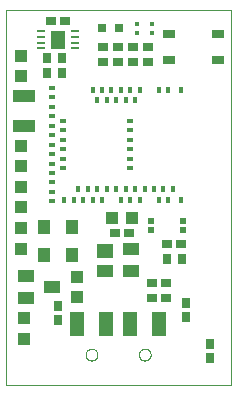
<source format=gtp>
G75*
%MOIN*%
%OFA0B0*%
%FSLAX25Y25*%
%IPPOS*%
%LPD*%
%AMOC8*
5,1,8,0,0,1.08239X$1,22.5*
%
%ADD10C,0.00000*%
%ADD11R,0.01575X0.02362*%
%ADD12R,0.02362X0.01575*%
%ADD13R,0.07480X0.04331*%
%ADD14R,0.04252X0.04134*%
%ADD15R,0.03642X0.02913*%
%ADD16R,0.02913X0.03642*%
%ADD17R,0.04134X0.04252*%
%ADD18R,0.05669X0.03937*%
%ADD19R,0.05669X0.04724*%
%ADD20R,0.04724X0.07874*%
%ADD21R,0.02756X0.03543*%
%ADD22R,0.04134X0.02559*%
%ADD23R,0.02165X0.02165*%
%ADD24R,0.01772X0.01378*%
%ADD25R,0.03543X0.02756*%
%ADD26R,0.05512X0.03937*%
%ADD27R,0.03937X0.04724*%
%ADD28R,0.03150X0.03150*%
%ADD29R,0.03150X0.00984*%
%ADD30R,0.05118X0.05906*%
D10*
X0021345Y0060541D02*
X0021345Y0185541D01*
X0096345Y0185541D01*
X0096345Y0060541D01*
X0021345Y0060541D01*
X0048018Y0070541D02*
X0048020Y0070629D01*
X0048026Y0070717D01*
X0048036Y0070805D01*
X0048050Y0070893D01*
X0048067Y0070979D01*
X0048089Y0071065D01*
X0048114Y0071149D01*
X0048144Y0071233D01*
X0048176Y0071315D01*
X0048213Y0071395D01*
X0048253Y0071474D01*
X0048297Y0071551D01*
X0048344Y0071626D01*
X0048394Y0071698D01*
X0048448Y0071769D01*
X0048504Y0071836D01*
X0048564Y0071902D01*
X0048626Y0071964D01*
X0048692Y0072024D01*
X0048759Y0072080D01*
X0048830Y0072134D01*
X0048902Y0072184D01*
X0048977Y0072231D01*
X0049054Y0072275D01*
X0049133Y0072315D01*
X0049213Y0072352D01*
X0049295Y0072384D01*
X0049379Y0072414D01*
X0049463Y0072439D01*
X0049549Y0072461D01*
X0049635Y0072478D01*
X0049723Y0072492D01*
X0049811Y0072502D01*
X0049899Y0072508D01*
X0049987Y0072510D01*
X0050075Y0072508D01*
X0050163Y0072502D01*
X0050251Y0072492D01*
X0050339Y0072478D01*
X0050425Y0072461D01*
X0050511Y0072439D01*
X0050595Y0072414D01*
X0050679Y0072384D01*
X0050761Y0072352D01*
X0050841Y0072315D01*
X0050920Y0072275D01*
X0050997Y0072231D01*
X0051072Y0072184D01*
X0051144Y0072134D01*
X0051215Y0072080D01*
X0051282Y0072024D01*
X0051348Y0071964D01*
X0051410Y0071902D01*
X0051470Y0071836D01*
X0051526Y0071769D01*
X0051580Y0071698D01*
X0051630Y0071626D01*
X0051677Y0071551D01*
X0051721Y0071474D01*
X0051761Y0071395D01*
X0051798Y0071315D01*
X0051830Y0071233D01*
X0051860Y0071149D01*
X0051885Y0071065D01*
X0051907Y0070979D01*
X0051924Y0070893D01*
X0051938Y0070805D01*
X0051948Y0070717D01*
X0051954Y0070629D01*
X0051956Y0070541D01*
X0051954Y0070453D01*
X0051948Y0070365D01*
X0051938Y0070277D01*
X0051924Y0070189D01*
X0051907Y0070103D01*
X0051885Y0070017D01*
X0051860Y0069933D01*
X0051830Y0069849D01*
X0051798Y0069767D01*
X0051761Y0069687D01*
X0051721Y0069608D01*
X0051677Y0069531D01*
X0051630Y0069456D01*
X0051580Y0069384D01*
X0051526Y0069313D01*
X0051470Y0069246D01*
X0051410Y0069180D01*
X0051348Y0069118D01*
X0051282Y0069058D01*
X0051215Y0069002D01*
X0051144Y0068948D01*
X0051072Y0068898D01*
X0050997Y0068851D01*
X0050920Y0068807D01*
X0050841Y0068767D01*
X0050761Y0068730D01*
X0050679Y0068698D01*
X0050595Y0068668D01*
X0050511Y0068643D01*
X0050425Y0068621D01*
X0050339Y0068604D01*
X0050251Y0068590D01*
X0050163Y0068580D01*
X0050075Y0068574D01*
X0049987Y0068572D01*
X0049899Y0068574D01*
X0049811Y0068580D01*
X0049723Y0068590D01*
X0049635Y0068604D01*
X0049549Y0068621D01*
X0049463Y0068643D01*
X0049379Y0068668D01*
X0049295Y0068698D01*
X0049213Y0068730D01*
X0049133Y0068767D01*
X0049054Y0068807D01*
X0048977Y0068851D01*
X0048902Y0068898D01*
X0048830Y0068948D01*
X0048759Y0069002D01*
X0048692Y0069058D01*
X0048626Y0069118D01*
X0048564Y0069180D01*
X0048504Y0069246D01*
X0048448Y0069313D01*
X0048394Y0069384D01*
X0048344Y0069456D01*
X0048297Y0069531D01*
X0048253Y0069608D01*
X0048213Y0069687D01*
X0048176Y0069767D01*
X0048144Y0069849D01*
X0048114Y0069933D01*
X0048089Y0070017D01*
X0048067Y0070103D01*
X0048050Y0070189D01*
X0048036Y0070277D01*
X0048026Y0070365D01*
X0048020Y0070453D01*
X0048018Y0070541D01*
X0065734Y0070541D02*
X0065736Y0070629D01*
X0065742Y0070717D01*
X0065752Y0070805D01*
X0065766Y0070893D01*
X0065783Y0070979D01*
X0065805Y0071065D01*
X0065830Y0071149D01*
X0065860Y0071233D01*
X0065892Y0071315D01*
X0065929Y0071395D01*
X0065969Y0071474D01*
X0066013Y0071551D01*
X0066060Y0071626D01*
X0066110Y0071698D01*
X0066164Y0071769D01*
X0066220Y0071836D01*
X0066280Y0071902D01*
X0066342Y0071964D01*
X0066408Y0072024D01*
X0066475Y0072080D01*
X0066546Y0072134D01*
X0066618Y0072184D01*
X0066693Y0072231D01*
X0066770Y0072275D01*
X0066849Y0072315D01*
X0066929Y0072352D01*
X0067011Y0072384D01*
X0067095Y0072414D01*
X0067179Y0072439D01*
X0067265Y0072461D01*
X0067351Y0072478D01*
X0067439Y0072492D01*
X0067527Y0072502D01*
X0067615Y0072508D01*
X0067703Y0072510D01*
X0067791Y0072508D01*
X0067879Y0072502D01*
X0067967Y0072492D01*
X0068055Y0072478D01*
X0068141Y0072461D01*
X0068227Y0072439D01*
X0068311Y0072414D01*
X0068395Y0072384D01*
X0068477Y0072352D01*
X0068557Y0072315D01*
X0068636Y0072275D01*
X0068713Y0072231D01*
X0068788Y0072184D01*
X0068860Y0072134D01*
X0068931Y0072080D01*
X0068998Y0072024D01*
X0069064Y0071964D01*
X0069126Y0071902D01*
X0069186Y0071836D01*
X0069242Y0071769D01*
X0069296Y0071698D01*
X0069346Y0071626D01*
X0069393Y0071551D01*
X0069437Y0071474D01*
X0069477Y0071395D01*
X0069514Y0071315D01*
X0069546Y0071233D01*
X0069576Y0071149D01*
X0069601Y0071065D01*
X0069623Y0070979D01*
X0069640Y0070893D01*
X0069654Y0070805D01*
X0069664Y0070717D01*
X0069670Y0070629D01*
X0069672Y0070541D01*
X0069670Y0070453D01*
X0069664Y0070365D01*
X0069654Y0070277D01*
X0069640Y0070189D01*
X0069623Y0070103D01*
X0069601Y0070017D01*
X0069576Y0069933D01*
X0069546Y0069849D01*
X0069514Y0069767D01*
X0069477Y0069687D01*
X0069437Y0069608D01*
X0069393Y0069531D01*
X0069346Y0069456D01*
X0069296Y0069384D01*
X0069242Y0069313D01*
X0069186Y0069246D01*
X0069126Y0069180D01*
X0069064Y0069118D01*
X0068998Y0069058D01*
X0068931Y0069002D01*
X0068860Y0068948D01*
X0068788Y0068898D01*
X0068713Y0068851D01*
X0068636Y0068807D01*
X0068557Y0068767D01*
X0068477Y0068730D01*
X0068395Y0068698D01*
X0068311Y0068668D01*
X0068227Y0068643D01*
X0068141Y0068621D01*
X0068055Y0068604D01*
X0067967Y0068590D01*
X0067879Y0068580D01*
X0067791Y0068574D01*
X0067703Y0068572D01*
X0067615Y0068574D01*
X0067527Y0068580D01*
X0067439Y0068590D01*
X0067351Y0068604D01*
X0067265Y0068621D01*
X0067179Y0068643D01*
X0067095Y0068668D01*
X0067011Y0068698D01*
X0066929Y0068730D01*
X0066849Y0068767D01*
X0066770Y0068807D01*
X0066693Y0068851D01*
X0066618Y0068898D01*
X0066546Y0068948D01*
X0066475Y0069002D01*
X0066408Y0069058D01*
X0066342Y0069118D01*
X0066280Y0069180D01*
X0066220Y0069246D01*
X0066164Y0069313D01*
X0066110Y0069384D01*
X0066060Y0069456D01*
X0066013Y0069531D01*
X0065969Y0069608D01*
X0065929Y0069687D01*
X0065892Y0069767D01*
X0065860Y0069849D01*
X0065830Y0069933D01*
X0065805Y0070017D01*
X0065783Y0070103D01*
X0065766Y0070189D01*
X0065752Y0070277D01*
X0065742Y0070365D01*
X0065736Y0070453D01*
X0065734Y0070541D01*
D11*
X0066079Y0122234D03*
X0064505Y0125778D03*
X0062930Y0122234D03*
X0061355Y0125778D03*
X0059780Y0122234D03*
X0058205Y0125778D03*
X0055056Y0125778D03*
X0053481Y0122234D03*
X0051906Y0125778D03*
X0050331Y0122234D03*
X0048757Y0125778D03*
X0047182Y0122234D03*
X0045607Y0125778D03*
X0044032Y0122234D03*
X0040883Y0122234D03*
X0051906Y0155305D03*
X0053481Y0158848D03*
X0055056Y0155305D03*
X0056631Y0158848D03*
X0058205Y0155305D03*
X0059780Y0158848D03*
X0061355Y0155305D03*
X0062930Y0158848D03*
X0064505Y0155305D03*
X0066079Y0158848D03*
X0072379Y0158848D03*
X0075528Y0158848D03*
X0079859Y0158848D03*
X0077103Y0125778D03*
X0075528Y0122234D03*
X0073953Y0125778D03*
X0072379Y0122234D03*
X0070804Y0125778D03*
X0067654Y0125778D03*
X0079859Y0122234D03*
X0050331Y0158848D03*
D12*
X0040489Y0148415D03*
X0040489Y0145266D03*
X0040489Y0142116D03*
X0040489Y0138967D03*
X0040489Y0135817D03*
X0040489Y0132667D03*
X0036946Y0131093D03*
X0036946Y0134242D03*
X0036946Y0137392D03*
X0036946Y0140541D03*
X0036946Y0143691D03*
X0036946Y0146841D03*
X0036946Y0149990D03*
X0036946Y0153140D03*
X0036946Y0156289D03*
X0036946Y0159439D03*
X0036946Y0127943D03*
X0036946Y0124793D03*
X0036946Y0121644D03*
X0062930Y0132667D03*
X0062930Y0135817D03*
X0062930Y0138967D03*
X0062930Y0142116D03*
X0062930Y0145266D03*
X0062930Y0148415D03*
D13*
X0027595Y0146870D03*
X0027595Y0156713D03*
D14*
X0026345Y0163346D03*
X0026345Y0170236D03*
X0026345Y0140236D03*
X0026345Y0133346D03*
X0026345Y0126486D03*
X0026345Y0119596D03*
X0026345Y0112736D03*
X0026345Y0105846D03*
X0027595Y0082736D03*
X0027595Y0075846D03*
X0045095Y0089596D03*
X0045095Y0096486D03*
D15*
X0057733Y0111166D03*
X0062457Y0111166D03*
X0070233Y0094291D03*
X0070233Y0089291D03*
X0074957Y0089291D03*
X0074957Y0094291D03*
X0075233Y0107416D03*
X0079957Y0107416D03*
X0041207Y0181791D03*
X0036483Y0181791D03*
D16*
X0081345Y0087904D03*
X0081345Y0083179D03*
X0089470Y0074154D03*
X0089470Y0069429D03*
X0038845Y0081929D03*
X0038845Y0086654D03*
D17*
X0056650Y0116166D03*
X0063540Y0116166D03*
D18*
X0063176Y0105844D03*
X0063176Y0098364D03*
X0054514Y0098364D03*
D19*
X0054514Y0105057D03*
D20*
X0054908Y0080778D03*
X0062782Y0080778D03*
X0072625Y0080778D03*
X0045066Y0080778D03*
D21*
X0075036Y0102416D03*
X0080154Y0102416D03*
X0040154Y0164291D03*
X0040154Y0169291D03*
X0035036Y0169291D03*
X0035036Y0164291D03*
D22*
X0075676Y0168809D03*
X0075676Y0177274D03*
X0092014Y0177274D03*
X0092014Y0168809D03*
D23*
X0080312Y0115143D03*
X0080312Y0112190D03*
X0069879Y0112190D03*
X0069879Y0115143D03*
D24*
X0070154Y0177913D03*
X0070154Y0180669D03*
X0065036Y0180669D03*
X0065036Y0177913D03*
D25*
X0063845Y0173100D03*
X0063845Y0167982D03*
X0058845Y0167982D03*
X0058845Y0173100D03*
X0053845Y0173100D03*
X0053845Y0167982D03*
X0068845Y0167982D03*
X0068845Y0173100D03*
D26*
X0028264Y0096781D03*
X0028264Y0089301D03*
X0036926Y0093041D03*
D27*
X0034121Y0103666D03*
X0034121Y0113041D03*
X0043570Y0113041D03*
X0043570Y0103666D03*
D28*
X0053392Y0179291D03*
X0059298Y0179291D03*
D29*
X0044554Y0178494D03*
X0044554Y0176526D03*
X0044554Y0174557D03*
X0044554Y0172589D03*
X0033136Y0172589D03*
X0033136Y0174557D03*
X0033136Y0176526D03*
X0033136Y0178494D03*
D30*
X0038845Y0175541D03*
M02*

</source>
